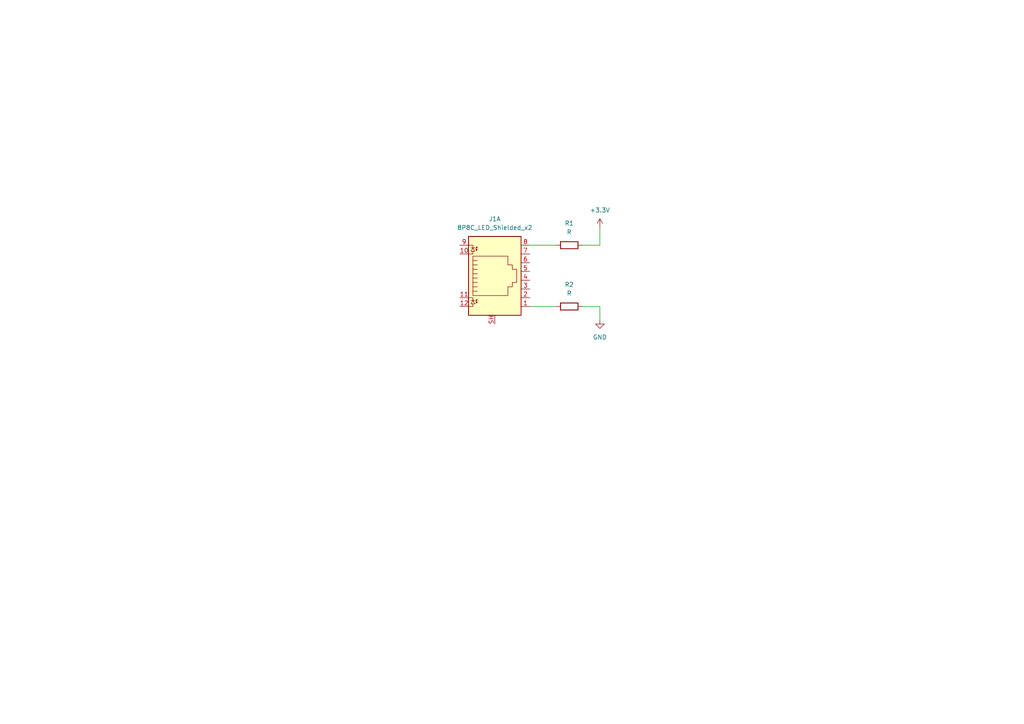
<source format=kicad_sch>
(kicad_sch (version 20211123) (generator eeschema)
  (paper "A4")
  (lib_symbols
    (symbol "Connector:8P8C_LED_Shielded_x2"
      (property "Reference" "J" (at -5.08 13.97 0))
      (property "Value" "8P8C_LED_Shielded_x2" (at 1.27 13.97 0))
      (symbol "8P8C_LED_Shielded_x2_0_1"
        (polyline (pts (xy -7.62 -7.62) (xy -6.35 -7.62)))
        (polyline (pts (xy -7.62 -5.08) (xy -6.35 -5.08)))
        (polyline (pts (xy -7.62 7.62) (xy -6.35 7.62)))
        (polyline (pts (xy -7.62 10.16) (xy -6.35 10.16)))
        (polyline (pts (xy -6.858 -5.842) (xy -5.842 -5.842)))
        (polyline (pts (xy -6.858 9.398) (xy -5.842 9.398)))
        (polyline (pts (xy -6.35 -7.62) (xy -6.35 -6.858)))
        (polyline (pts (xy -6.35 -5.08) (xy -6.35 -5.842)))
        (polyline (pts (xy -6.35 7.62) (xy -6.35 8.382)))
        (polyline (pts (xy -6.35 10.16) (xy -6.35 9.398)))
        (polyline (pts (xy -5.08 -6.223) (xy -5.207 -6.604)))
        (polyline (pts (xy -5.08 -5.588) (xy -5.207 -5.969)))
        (polyline (pts (xy -5.08 4.445) (xy -6.35 4.445)))
        (polyline (pts (xy -5.08 5.715) (xy -6.35 5.715)))
        (polyline (pts (xy -5.08 9.017) (xy -5.207 8.636)))
        (polyline (pts (xy -5.08 9.652) (xy -5.207 9.271)))
        (polyline (pts (xy -6.35 -3.175) (xy -5.08 -3.175) (xy -5.08 -3.175)))
        (polyline (pts (xy -6.35 -1.905) (xy -5.08 -1.905) (xy -5.08 -1.905)))
        (polyline (pts (xy -6.35 -0.635) (xy -5.08 -0.635) (xy -5.08 -0.635)))
        (polyline (pts (xy -6.35 0.635) (xy -5.08 0.635) (xy -5.08 0.635)))
        (polyline (pts (xy -6.35 1.905) (xy -5.08 1.905) (xy -5.08 1.905)))
        (polyline (pts (xy -5.588 -6.731) (xy -5.08 -6.223) (xy -5.461 -6.35)))
        (polyline (pts (xy -5.588 -6.096) (xy -5.08 -5.588) (xy -5.461 -5.715)))
        (polyline (pts (xy -5.588 8.509) (xy -5.08 9.017) (xy -5.461 8.89)))
        (polyline (pts (xy -5.588 9.144) (xy -5.08 9.652) (xy -5.461 9.525)))
        (polyline (pts (xy -5.08 3.175) (xy -6.35 3.175) (xy -6.35 3.175)))
        (polyline (pts (xy -6.35 -5.842) (xy -6.858 -6.858) (xy -5.842 -6.858) (xy -6.35 -5.842)))
        (polyline (pts (xy -6.35 9.398) (xy -6.858 8.382) (xy -5.842 8.382) (xy -6.35 9.398)))
        (polyline (pts (xy -6.35 -4.445) (xy -6.35 6.985) (xy 3.81 6.985) (xy 3.81 4.445) (xy 5.08 4.445) (xy 5.08 3.175) (xy 6.35 3.175) (xy 6.35 -0.635) (xy 5.08 -0.635) (xy 5.08 -1.905) (xy 3.81 -1.905) (xy 3.81 -4.445) (xy -6.35 -4.445) (xy -6.35 -4.445)))
        (rectangle (start 7.62 12.7) (end -7.62 -10.16) (stroke (width 0.254)) (fill (type background)))
      )
      (symbol "8P8C_LED_Shielded_x2_1_1"
        (pin passive line (at 10.16 -7.62 180) (length 2.54) (name "~") (number "1"))
        (pin passive line (at -10.16 7.62 0) (length 2.54) (name "~") (number "10"))
        (pin passive line (at -10.16 -5.08 0) (length 2.54) (name "~") (number "11"))
        (pin passive line (at -10.16 -7.62 0) (length 2.54) (name "~") (number "12"))
        (pin passive line (at 10.16 -5.08 180) (length 2.54) (name "~") (number "2"))
        (pin passive line (at 10.16 -2.54 180) (length 2.54) (name "~") (number "3"))
        (pin passive line (at 10.16 0 180) (length 2.54) (name "~") (number "4"))
        (pin passive line (at 10.16 2.54 180) (length 2.54) (name "~") (number "5"))
        (pin passive line (at 10.16 5.08 180) (length 2.54) (name "~") (number "6"))
        (pin passive line (at 10.16 7.62 180) (length 2.54) (name "~") (number "7"))
        (pin passive line (at 10.16 10.16 180) (length 2.54) (name "~") (number "8"))
        (pin passive line (at -10.16 10.16 0) (length 2.54) (name "~") (number "9"))
        (pin passive line (at 0 -12.7 90) (length 2.54) (name "~") (number "SH"))
      )
      (symbol "8P8C_LED_Shielded_x2_2_1"
        (pin passive line (at 10.16 -7.62 180) (length 2.54) (name "~") (number "13"))
        (pin passive line (at 10.16 -5.08 180) (length 2.54) (name "~") (number "14"))
        (pin passive line (at 10.16 -2.54 180) (length 2.54) (name "~") (number "15"))
        (pin passive line (at 10.16 0 180) (length 2.54) (name "~") (number "16"))
        (pin passive line (at 10.16 2.54 180) (length 2.54) (name "~") (number "17"))
        (pin passive line (at 10.16 5.08 180) (length 2.54) (name "~") (number "18"))
        (pin passive line (at 10.16 7.62 180) (length 2.54) (name "~") (number "19"))
        (pin passive line (at 10.16 10.16 180) (length 2.54) (name "~") (number "20"))
        (pin passive line (at -10.16 10.16 0) (length 2.54) (name "~") (number "21"))
        (pin passive line (at -10.16 7.62 0) (length 2.54) (name "~") (number "22"))
        (pin passive line (at -10.16 -5.08 0) (length 2.54) (name "~") (number "23"))
        (pin passive line (at -10.16 -7.62 0) (length 2.54) (name "~") (number "24"))
        (pin passive line (at 0 -12.7 90) (length 2.54) (name "~") (number "SH"))
      )
    )
    (symbol "Device:R" (pin_numbers hide) (pin_names (offset 0))
      (property "Reference" "R" (at 2.032 0 90))
      (property "Value" "R" (at 0 0 90))
      (symbol "R_0_1"
        (rectangle (start -1.016 -2.54) (end 1.016 2.54) (stroke (width 0.254)))
      )
      (symbol "R_1_1"
        (pin passive line (at 0 3.81 270) (length 1.27) (name "~") (number "1"))
        (pin passive line (at 0 -3.81 90) (length 1.27) (name "~") (number "2"))
      )
    )
    (symbol "power:+3.3V" (power) (pin_names (offset 0))
      (property "Value" "+3.3V" (at 0 3.556 0))
      (symbol "+3.3V_0_1"
        (polyline (pts (xy -0.762 1.27) (xy 0 2.54)))
        (polyline (pts (xy 0 0) (xy 0 2.54)))
        (polyline (pts (xy 0 2.54) (xy 0.762 1.27)))
      )
      (symbol "+3.3V_1_1"
        (pin power_in line (at 0 0 90) (length 0) hide (name "+3.3V") (number "1"))
      )
    )
    (symbol "power:GND" (power) (pin_names (offset 0))
      (property "Value" "GND" (at 0 -3.81 0))
      (symbol "GND_0_1"
        (polyline (pts (xy 0 0) (xy 0 -1.27) (xy 1.27 -1.27) (xy 0 -2.54) (xy -1.27 -1.27) (xy 0 -1.27)))
      )
      (symbol "GND_1_1"
        (pin power_in line (at 0 0 270) (length 0) hide (name "GND") (number "1"))
      )
    )
  )
  (wire (pts (xy 168.91 71.12) (xy 173.99 71.12)))
  (wire (pts (xy 173.99 88.9) (xy 173.99 92.71)))
  (wire (pts (xy 153.67 88.9) (xy 161.29 88.9)))
  (wire (pts (xy 153.67 71.12) (xy 161.29 71.12)))
  (wire (pts (xy 168.91 88.9) (xy 173.99 88.9)))
  (wire (pts (xy 173.99 71.12) (xy 173.99 66.04)))
  (symbol (lib_id "Device:R") (at 165.1 71.12 270) (unit 1)
    (property "Reference" "R1" (at 165.1 64.77 90))
    (property "Value" "R" (at 165.1 67.31 90))
    (property "Footprint" "Resistor_SMD:R_0805_2012Metric" (effects hide))
  )
  (symbol (lib_id "power:GND") (at 173.99 92.71 0) (unit 1)
    (property "Reference" "#PWR02" (effects hide))
    (property "Value" "GND" (at 173.99 97.79 0))
  )
  (symbol (lib_id "Connector:8P8C_LED_Shielded_x2") (at 143.51 81.28 0) (unit 1)
    (property "Reference" "J1" (at 143.51 63.5 0))
    (property "Value" "8P8C_LED_Shielded_x2" (at 143.51 66.04 0))
    (property "Footprint" "Connector_RJ:RJ45_Amphenol_RJHSE538X-02" (effects hide))
  )
  (symbol (lib_id "Device:R") (at 165.1 88.9 270) (unit 1)
    (property "Reference" "R2" (at 165.1 82.55 90))
    (property "Value" "R" (at 165.1 85.09 90))
    (property "Footprint" "Resistor_SMD:R_0805_2012Metric" (effects hide))
  )
  (symbol (lib_id "power:+3.3V") (at 173.99 66.04 0) (unit 1)
    (property "Reference" "#PWR01" (effects hide))
    (property "Value" "+3.3V" (at 173.99 60.96 0))
  )
)
</source>
